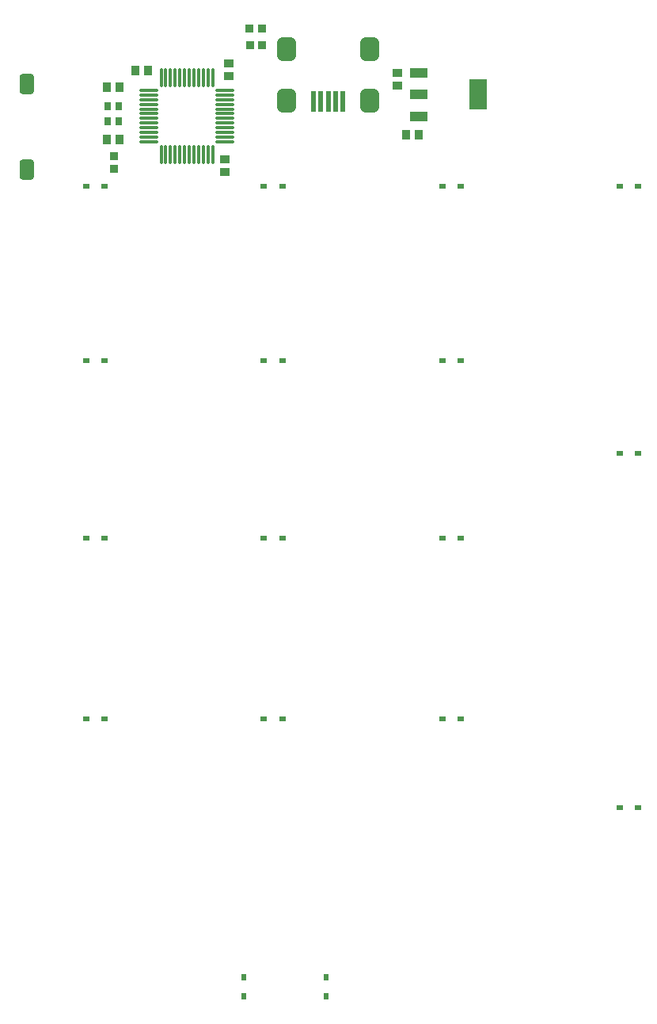
<source format=gtp>
G04*
G04 #@! TF.GenerationSoftware,Altium Limited,Altium Designer,21.3.2 (30)*
G04*
G04 Layer_Color=8421504*
%FSLAX25Y25*%
%MOIN*%
G70*
G04*
G04 #@! TF.SameCoordinates,2B475E60-5533-4C64-9BAB-B6E77246D606*
G04*
G04*
G04 #@! TF.FilePolarity,Positive*
G04*
G01*
G75*
%ADD16R,0.03150X0.03543*%
%ADD17R,0.03543X0.03937*%
%ADD18R,0.07284X0.03937*%
%ADD19R,0.07284X0.12598*%
%ADD20R,0.03150X0.01968*%
%ADD21R,0.01968X0.03150*%
%ADD22R,0.03347X0.03740*%
G04:AMPARAMS|DCode=23|XSize=78.74mil|YSize=98.43mil|CornerRadius=19.68mil|HoleSize=0mil|Usage=FLASHONLY|Rotation=0.000|XOffset=0mil|YOffset=0mil|HoleType=Round|Shape=RoundedRectangle|*
%AMROUNDEDRECTD23*
21,1,0.07874,0.05906,0,0,0.0*
21,1,0.03937,0.09843,0,0,0.0*
1,1,0.03937,0.01968,-0.02953*
1,1,0.03937,-0.01968,-0.02953*
1,1,0.03937,-0.01968,0.02953*
1,1,0.03937,0.01968,0.02953*
%
%ADD23ROUNDEDRECTD23*%
%ADD24R,0.01968X0.08858*%
%ADD25O,0.08268X0.01181*%
%ADD26O,0.01181X0.08268*%
%ADD27R,0.03740X0.03347*%
G04:AMPARAMS|DCode=28|XSize=62.99mil|YSize=86.22mil|CornerRadius=15.75mil|HoleSize=0mil|Usage=FLASHONLY|Rotation=0.000|XOffset=0mil|YOffset=0mil|HoleType=Round|Shape=RoundedRectangle|*
%AMROUNDEDRECTD28*
21,1,0.06299,0.05472,0,0,0.0*
21,1,0.03150,0.08622,0,0,0.0*
1,1,0.03150,0.01575,-0.02736*
1,1,0.03150,-0.01575,-0.02736*
1,1,0.03150,-0.01575,0.02736*
1,1,0.03150,0.01575,0.02736*
%
%ADD28ROUNDEDRECTD28*%
%ADD29R,0.03937X0.03543*%
D16*
X57539Y400752D02*
D03*
X62461D02*
D03*
Y407248D02*
D03*
X57539D02*
D03*
D17*
X62657Y393000D02*
D03*
X57342D02*
D03*
X183343Y395000D02*
D03*
X188657D02*
D03*
X69342Y422000D02*
D03*
X74657D02*
D03*
X57342Y415000D02*
D03*
X62657D02*
D03*
D18*
X188500Y421055D02*
D03*
Y412000D02*
D03*
Y402945D02*
D03*
D19*
X213500Y412000D02*
D03*
D20*
X56437Y373400D02*
D03*
X131337D02*
D03*
X206437D02*
D03*
X281037D02*
D03*
X56437Y300000D02*
D03*
X131337D02*
D03*
X206437D02*
D03*
X281037Y261200D02*
D03*
X56437Y225300D02*
D03*
X131337D02*
D03*
X206437D02*
D03*
X281037Y112000D02*
D03*
X56437Y149500D02*
D03*
X131337D02*
D03*
X206437D02*
D03*
X48563Y373400D02*
D03*
X123463D02*
D03*
X198563D02*
D03*
X273163D02*
D03*
X48563Y300000D02*
D03*
X123463D02*
D03*
X198563D02*
D03*
X273163Y261200D02*
D03*
X48563Y225300D02*
D03*
X123463D02*
D03*
X198563D02*
D03*
X273163Y112000D02*
D03*
X48563Y149500D02*
D03*
X123463D02*
D03*
X198563D02*
D03*
D21*
X115000Y32963D02*
D03*
X149500Y40837D02*
D03*
X115000D02*
D03*
X149500Y32963D02*
D03*
D22*
X122559Y439700D02*
D03*
X117441D02*
D03*
X117500Y432700D02*
D03*
X122618D02*
D03*
D23*
X132980Y409611D02*
D03*
Y431068D02*
D03*
X168020D02*
D03*
Y409611D02*
D03*
D24*
X144201Y409237D02*
D03*
X147350D02*
D03*
X156799D02*
D03*
X153650D02*
D03*
X150500D02*
D03*
D25*
X74858Y413827D02*
D03*
Y411858D02*
D03*
Y409890D02*
D03*
Y407921D02*
D03*
Y405953D02*
D03*
Y403984D02*
D03*
Y402016D02*
D03*
Y400047D02*
D03*
Y398079D02*
D03*
Y396110D02*
D03*
Y394142D02*
D03*
Y392173D02*
D03*
X107142D02*
D03*
Y394142D02*
D03*
Y396110D02*
D03*
Y398079D02*
D03*
Y400047D02*
D03*
Y402016D02*
D03*
Y403984D02*
D03*
Y405953D02*
D03*
Y407921D02*
D03*
Y409890D02*
D03*
Y411858D02*
D03*
Y413827D02*
D03*
D26*
X80173Y386858D02*
D03*
X82142D02*
D03*
X84110D02*
D03*
X86079D02*
D03*
X88047D02*
D03*
X90016D02*
D03*
X91984D02*
D03*
X93953D02*
D03*
X95921D02*
D03*
X97890D02*
D03*
X99858D02*
D03*
X101827D02*
D03*
Y419142D02*
D03*
X99858D02*
D03*
X97890D02*
D03*
X95921D02*
D03*
X93953D02*
D03*
X91984D02*
D03*
X90016D02*
D03*
X88047D02*
D03*
X86079D02*
D03*
X84110D02*
D03*
X82142D02*
D03*
X80173D02*
D03*
D27*
X60400Y386059D02*
D03*
Y380941D02*
D03*
D28*
X23500Y380410D02*
D03*
Y416590D02*
D03*
D29*
X108500Y419842D02*
D03*
Y425157D02*
D03*
X107000Y379343D02*
D03*
Y384658D02*
D03*
X179500Y421158D02*
D03*
Y415842D02*
D03*
M02*

</source>
